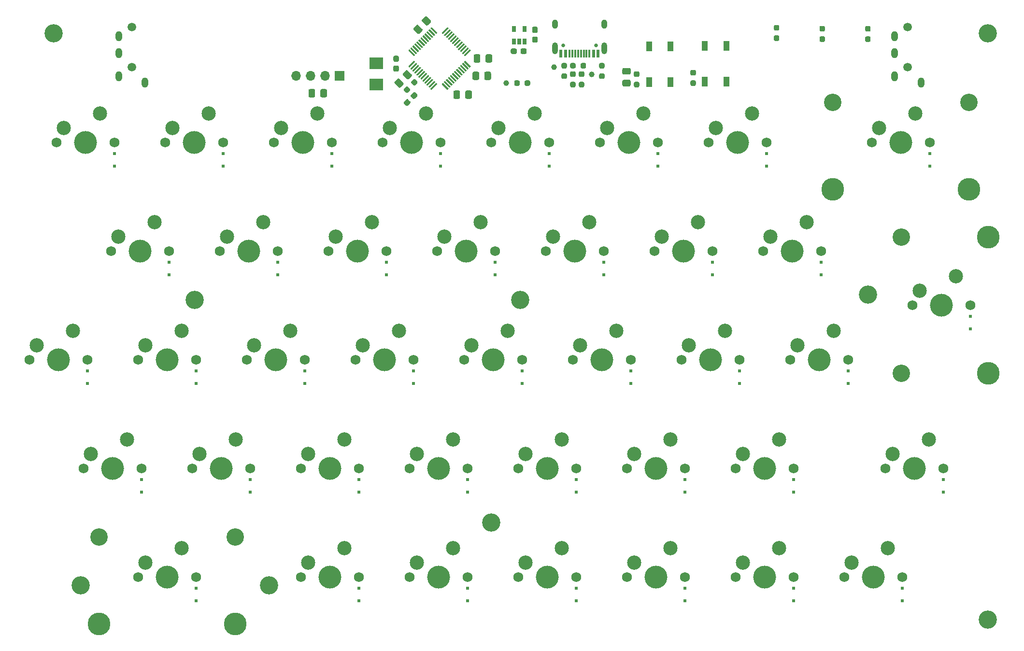
<source format=gbr>
%TF.GenerationSoftware,KiCad,Pcbnew,5.1.10*%
%TF.CreationDate,2021-08-04T22:26:14+02:00*%
%TF.ProjectId,keyboard,6b657962-6f61-4726-942e-6b696361645f,rev?*%
%TF.SameCoordinates,Original*%
%TF.FileFunction,Soldermask,Bot*%
%TF.FilePolarity,Negative*%
%FSLAX46Y46*%
G04 Gerber Fmt 4.6, Leading zero omitted, Abs format (unit mm)*
G04 Created by KiCad (PCBNEW 5.1.10) date 2021-08-04 22:26:14*
%MOMM*%
%LPD*%
G01*
G04 APERTURE LIST*
%ADD10R,2.400000X2.000000*%
%ADD11C,3.200000*%
%ADD12C,1.750000*%
%ADD13C,4.000000*%
%ADD14C,2.500000*%
%ADD15C,3.048000*%
%ADD16C,3.987800*%
%ADD17R,0.500000X0.500000*%
%ADD18O,1.000000X1.600000*%
%ADD19C,0.650000*%
%ADD20O,1.000000X2.100000*%
%ADD21R,0.300000X1.450000*%
%ADD22R,0.600000X1.450000*%
%ADD23R,1.700000X1.700000*%
%ADD24O,1.700000X1.700000*%
%ADD25C,1.000000*%
%ADD26R,0.650000X1.060000*%
%ADD27O,1.200000X1.800000*%
%ADD28C,1.500000*%
%ADD29R,1.000000X1.700000*%
G04 APERTURE END LIST*
D10*
%TO.C,Y1*%
X94050800Y-61586000D03*
X94050800Y-65286000D03*
%TD*%
D11*
%TO.C,REF\u002A\u002A*%
X180250000Y-102068000D03*
%TD*%
%TO.C,REF\u002A\u002A*%
X62250000Y-103068000D03*
%TD*%
%TO.C,REF\u002A\u002A*%
X114250000Y-142068000D03*
%TD*%
%TO.C,REF\u002A\u002A*%
X119250000Y-103068000D03*
%TD*%
%TO.C,REF\u002A\u002A*%
X75250000Y-153068000D03*
%TD*%
%TO.C,REF\u002A\u002A*%
X42250000Y-153068000D03*
%TD*%
%TO.C,REF\u002A\u002A*%
X37490000Y-56324000D03*
%TD*%
%TO.C,REF\u002A\u002A*%
X201232000Y-56324000D03*
%TD*%
%TO.C,REF\u002A\u002A*%
X201232000Y-159068000D03*
%TD*%
D12*
%TO.C,SW9*%
X57702500Y-94469000D03*
X47542500Y-94469000D03*
D13*
X52622500Y-94469000D03*
D14*
X55162500Y-89389000D03*
X48812500Y-91929000D03*
%TD*%
D12*
%TO.C,SW8*%
X191052500Y-75419000D03*
X180892500Y-75419000D03*
D13*
X185972500Y-75419000D03*
D14*
X188512500Y-70339000D03*
X182162500Y-72879000D03*
%TD*%
D12*
%TO.C,SW7*%
X162477500Y-75419000D03*
X152317500Y-75419000D03*
D13*
X157397500Y-75419000D03*
D14*
X159937500Y-70339000D03*
X153587500Y-72879000D03*
%TD*%
D12*
%TO.C,SW6*%
X143427500Y-75419000D03*
X133267500Y-75419000D03*
D13*
X138347500Y-75419000D03*
D14*
X140887500Y-70339000D03*
X134537500Y-72879000D03*
%TD*%
D12*
%TO.C,SW5*%
X124377500Y-75419000D03*
X114217500Y-75419000D03*
D13*
X119297500Y-75419000D03*
D14*
X121837500Y-70339000D03*
X115487500Y-72879000D03*
%TD*%
D12*
%TO.C,SW4*%
X105327500Y-75419000D03*
X95167500Y-75419000D03*
D13*
X100247500Y-75419000D03*
D14*
X102787500Y-70339000D03*
X96437500Y-72879000D03*
%TD*%
D12*
%TO.C,SW39*%
X186290000Y-151619000D03*
X176130000Y-151619000D03*
D13*
X181210000Y-151619000D03*
D14*
X183750000Y-146539000D03*
X177400000Y-149079000D03*
%TD*%
D12*
%TO.C,SW38*%
X167240000Y-151619000D03*
X157080000Y-151619000D03*
D13*
X162160000Y-151619000D03*
D14*
X164700000Y-146539000D03*
X158350000Y-149079000D03*
%TD*%
D12*
%TO.C,SW37*%
X148190000Y-151619000D03*
X138030000Y-151619000D03*
D13*
X143110000Y-151619000D03*
D14*
X145650000Y-146539000D03*
X139300000Y-149079000D03*
%TD*%
D12*
%TO.C,SW36*%
X129140000Y-151619000D03*
X118980000Y-151619000D03*
D13*
X124060000Y-151619000D03*
D14*
X126600000Y-146539000D03*
X120250000Y-149079000D03*
%TD*%
D12*
%TO.C,SW35*%
X110090000Y-151619000D03*
X99930000Y-151619000D03*
D13*
X105010000Y-151619000D03*
D14*
X107550000Y-146539000D03*
X101200000Y-149079000D03*
%TD*%
D12*
%TO.C,SW34*%
X91040000Y-151619000D03*
X80880000Y-151619000D03*
D13*
X85960000Y-151619000D03*
D14*
X88500000Y-146539000D03*
X82150000Y-149079000D03*
%TD*%
D12*
%TO.C,SW33*%
X62465000Y-151619000D03*
X52305000Y-151619000D03*
D13*
X57385000Y-151619000D03*
D14*
X59925000Y-146539000D03*
X53575000Y-149079000D03*
%TD*%
D12*
%TO.C,SW32*%
X193433750Y-132569000D03*
X183273750Y-132569000D03*
D13*
X188353750Y-132569000D03*
D14*
X190893750Y-127489000D03*
X184543750Y-130029000D03*
%TD*%
D12*
%TO.C,SW31*%
X167240000Y-132569000D03*
X157080000Y-132569000D03*
D13*
X162160000Y-132569000D03*
D14*
X164700000Y-127489000D03*
X158350000Y-130029000D03*
%TD*%
D12*
%TO.C,SW30*%
X148190000Y-132569000D03*
X138030000Y-132569000D03*
D13*
X143110000Y-132569000D03*
D14*
X145650000Y-127489000D03*
X139300000Y-130029000D03*
%TD*%
D12*
%TO.C,SW3*%
X86277500Y-75419000D03*
X76117500Y-75419000D03*
D13*
X81197500Y-75419000D03*
D14*
X83737500Y-70339000D03*
X77387500Y-72879000D03*
%TD*%
D12*
%TO.C,SW29*%
X129140000Y-132569000D03*
X118980000Y-132569000D03*
D13*
X124060000Y-132569000D03*
D14*
X126600000Y-127489000D03*
X120250000Y-130029000D03*
%TD*%
D12*
%TO.C,SW28*%
X110090000Y-132569000D03*
X99930000Y-132569000D03*
D13*
X105010000Y-132569000D03*
D14*
X107550000Y-127489000D03*
X101200000Y-130029000D03*
%TD*%
D12*
%TO.C,SW27*%
X91040000Y-132569000D03*
X80880000Y-132569000D03*
D13*
X85960000Y-132569000D03*
D14*
X88500000Y-127489000D03*
X82150000Y-130029000D03*
%TD*%
D12*
%TO.C,SW26*%
X71990000Y-132569000D03*
X61830000Y-132569000D03*
D13*
X66910000Y-132569000D03*
D14*
X69450000Y-127489000D03*
X63100000Y-130029000D03*
%TD*%
D12*
%TO.C,SW25*%
X52940000Y-132569000D03*
X42780000Y-132569000D03*
D13*
X47860000Y-132569000D03*
D14*
X50400000Y-127489000D03*
X44050000Y-130029000D03*
%TD*%
D12*
%TO.C,SW24*%
X176765000Y-113519000D03*
X166605000Y-113519000D03*
D13*
X171685000Y-113519000D03*
D14*
X174225000Y-108439000D03*
X167875000Y-110979000D03*
%TD*%
D12*
%TO.C,SW23*%
X157715000Y-113519000D03*
X147555000Y-113519000D03*
D13*
X152635000Y-113519000D03*
D14*
X155175000Y-108439000D03*
X148825000Y-110979000D03*
%TD*%
D12*
%TO.C,SW22*%
X138665000Y-113519000D03*
X128505000Y-113519000D03*
D13*
X133585000Y-113519000D03*
D14*
X136125000Y-108439000D03*
X129775000Y-110979000D03*
%TD*%
D12*
%TO.C,SW21*%
X119615000Y-113519000D03*
X109455000Y-113519000D03*
D13*
X114535000Y-113519000D03*
D14*
X117075000Y-108439000D03*
X110725000Y-110979000D03*
%TD*%
D12*
%TO.C,SW20*%
X100565000Y-113519000D03*
X90405000Y-113519000D03*
D13*
X95485000Y-113519000D03*
D14*
X98025000Y-108439000D03*
X91675000Y-110979000D03*
%TD*%
D12*
%TO.C,SW2*%
X67227500Y-75419000D03*
X57067500Y-75419000D03*
D13*
X62147500Y-75419000D03*
D14*
X64687500Y-70339000D03*
X58337500Y-72879000D03*
%TD*%
D12*
%TO.C,SW19*%
X81515000Y-113519000D03*
X71355000Y-113519000D03*
D13*
X76435000Y-113519000D03*
D14*
X78975000Y-108439000D03*
X72625000Y-110979000D03*
%TD*%
D12*
%TO.C,SW18*%
X62465000Y-113519000D03*
X52305000Y-113519000D03*
D13*
X57385000Y-113519000D03*
D14*
X59925000Y-108439000D03*
X53575000Y-110979000D03*
%TD*%
D12*
%TO.C,SW17*%
X43415000Y-113519000D03*
X33255000Y-113519000D03*
D13*
X38335000Y-113519000D03*
D14*
X40875000Y-108439000D03*
X34525000Y-110979000D03*
%TD*%
D12*
%TO.C,SW16*%
X198196250Y-103994000D03*
X188036250Y-103994000D03*
D13*
X193116250Y-103994000D03*
D14*
X195656250Y-98914000D03*
X189306250Y-101454000D03*
%TD*%
D12*
%TO.C,SW15*%
X172002500Y-94469000D03*
X161842500Y-94469000D03*
D13*
X166922500Y-94469000D03*
D14*
X169462500Y-89389000D03*
X163112500Y-91929000D03*
%TD*%
D12*
%TO.C,SW14*%
X152952500Y-94469000D03*
X142792500Y-94469000D03*
D13*
X147872500Y-94469000D03*
D14*
X150412500Y-89389000D03*
X144062500Y-91929000D03*
%TD*%
D12*
%TO.C,SW13*%
X133902500Y-94469000D03*
X123742500Y-94469000D03*
D13*
X128822500Y-94469000D03*
D14*
X131362500Y-89389000D03*
X125012500Y-91929000D03*
%TD*%
D12*
%TO.C,SW12*%
X114852500Y-94469000D03*
X104692500Y-94469000D03*
D13*
X109772500Y-94469000D03*
D14*
X112312500Y-89389000D03*
X105962500Y-91929000D03*
%TD*%
D12*
%TO.C,SW11*%
X95802500Y-94469000D03*
X85642500Y-94469000D03*
D13*
X90722500Y-94469000D03*
D14*
X93262500Y-89389000D03*
X86912500Y-91929000D03*
%TD*%
D12*
%TO.C,SW10*%
X76752500Y-94469000D03*
X66592500Y-94469000D03*
D13*
X71672500Y-94469000D03*
D14*
X74212500Y-89389000D03*
X67862500Y-91929000D03*
%TD*%
D12*
%TO.C,SW1*%
X48177500Y-75419000D03*
X38017500Y-75419000D03*
D13*
X43097500Y-75419000D03*
D14*
X45637500Y-70339000D03*
X39287500Y-72879000D03*
%TD*%
D15*
%TO.C,ST8*%
X197910500Y-68434000D03*
X174034500Y-68434000D03*
D16*
X197910500Y-83674000D03*
X174034500Y-83674000D03*
%TD*%
D15*
%TO.C,ST33*%
X69323000Y-144634000D03*
X45447000Y-144634000D03*
D16*
X69323000Y-159874000D03*
X45447000Y-159874000D03*
%TD*%
D15*
%TO.C,ST16*%
X186131250Y-92056000D03*
X186131250Y-115932000D03*
D16*
X201371250Y-92056000D03*
X201371250Y-115932000D03*
%TD*%
D17*
%TO.C,D9*%
X57702500Y-96399000D03*
X57702500Y-98599000D03*
%TD*%
%TO.C,D8*%
X191052500Y-77349000D03*
X191052500Y-79549000D03*
%TD*%
%TO.C,D7*%
X162477500Y-77349000D03*
X162477500Y-79549000D03*
%TD*%
%TO.C,D6*%
X143427500Y-77349000D03*
X143427500Y-79549000D03*
%TD*%
%TO.C,D5*%
X124377500Y-77349000D03*
X124377500Y-79549000D03*
%TD*%
%TO.C,D4*%
X105327500Y-77349000D03*
X105327500Y-79549000D03*
%TD*%
%TO.C,D39*%
X186290000Y-153549000D03*
X186290000Y-155749000D03*
%TD*%
%TO.C,D38*%
X167240000Y-153549000D03*
X167240000Y-155749000D03*
%TD*%
%TO.C,D37*%
X148190000Y-153549000D03*
X148190000Y-155749000D03*
%TD*%
%TO.C,D36*%
X129140000Y-153549000D03*
X129140000Y-155749000D03*
%TD*%
%TO.C,D35*%
X110090000Y-153549000D03*
X110090000Y-155749000D03*
%TD*%
%TO.C,D34*%
X91040000Y-153549000D03*
X91040000Y-155749000D03*
%TD*%
%TO.C,D33*%
X62465000Y-153549000D03*
X62465000Y-155749000D03*
%TD*%
%TO.C,D32*%
X193433750Y-134499000D03*
X193433750Y-136699000D03*
%TD*%
%TO.C,D31*%
X167240000Y-134499000D03*
X167240000Y-136699000D03*
%TD*%
%TO.C,D30*%
X148190000Y-134499000D03*
X148190000Y-136699000D03*
%TD*%
%TO.C,D3*%
X86277500Y-77349000D03*
X86277500Y-79549000D03*
%TD*%
%TO.C,D29*%
X129140000Y-134499000D03*
X129140000Y-136699000D03*
%TD*%
%TO.C,D28*%
X110090000Y-134499000D03*
X110090000Y-136699000D03*
%TD*%
%TO.C,D27*%
X91040000Y-134499000D03*
X91040000Y-136699000D03*
%TD*%
%TO.C,D26*%
X71990000Y-134499000D03*
X71990000Y-136699000D03*
%TD*%
%TO.C,D25*%
X52940000Y-134499000D03*
X52940000Y-136699000D03*
%TD*%
%TO.C,D24*%
X176765000Y-115449000D03*
X176765000Y-117649000D03*
%TD*%
%TO.C,D23*%
X157715000Y-115449000D03*
X157715000Y-117649000D03*
%TD*%
%TO.C,D22*%
X138665000Y-115449000D03*
X138665000Y-117649000D03*
%TD*%
%TO.C,D21*%
X119615000Y-115449000D03*
X119615000Y-117649000D03*
%TD*%
%TO.C,D20*%
X100565000Y-115449000D03*
X100565000Y-117649000D03*
%TD*%
%TO.C,D2*%
X67227500Y-77349000D03*
X67227500Y-79549000D03*
%TD*%
%TO.C,D19*%
X81515000Y-115449000D03*
X81515000Y-117649000D03*
%TD*%
%TO.C,D18*%
X62465000Y-115449000D03*
X62465000Y-117649000D03*
%TD*%
%TO.C,D17*%
X43415000Y-115449000D03*
X43415000Y-117649000D03*
%TD*%
%TO.C,D16*%
X198196250Y-105924000D03*
X198196250Y-108124000D03*
%TD*%
%TO.C,D15*%
X172002500Y-96399000D03*
X172002500Y-98599000D03*
%TD*%
%TO.C,D14*%
X152952500Y-96399000D03*
X152952500Y-98599000D03*
%TD*%
%TO.C,D13*%
X133902500Y-96399000D03*
X133902500Y-98599000D03*
%TD*%
%TO.C,D12*%
X114852500Y-96399000D03*
X114852500Y-98599000D03*
%TD*%
%TO.C,D11*%
X95802500Y-96399000D03*
X95802500Y-98599000D03*
%TD*%
%TO.C,D10*%
X76752500Y-96399000D03*
X76752500Y-98599000D03*
%TD*%
%TO.C,D1*%
X48177500Y-77349000D03*
X48177500Y-79549000D03*
%TD*%
%TO.C,C1*%
G36*
G01*
X99590796Y-62805453D02*
X100262547Y-63477204D01*
G75*
G02*
X100262547Y-63830758I-176777J-176777D01*
G01*
X99785250Y-64308055D01*
G75*
G02*
X99431696Y-64308055I-176777J176777D01*
G01*
X98759945Y-63636304D01*
G75*
G02*
X98759945Y-63282750I176777J176777D01*
G01*
X99237242Y-62805453D01*
G75*
G02*
X99590796Y-62805453I176777J-176777D01*
G01*
G37*
G36*
G01*
X98123550Y-64272699D02*
X98795301Y-64944450D01*
G75*
G02*
X98795301Y-65298004I-176777J-176777D01*
G01*
X98318004Y-65775301D01*
G75*
G02*
X97964450Y-65775301I-176777J176777D01*
G01*
X97292699Y-65103550D01*
G75*
G02*
X97292699Y-64749996I176777J176777D01*
G01*
X97769996Y-64272699D01*
G75*
G02*
X98123550Y-64272699I176777J-176777D01*
G01*
G37*
%TD*%
%TO.C,C2*%
G36*
G01*
X102921173Y-53379076D02*
X103592924Y-54050827D01*
G75*
G02*
X103592924Y-54404381I-176777J-176777D01*
G01*
X103115627Y-54881678D01*
G75*
G02*
X102762073Y-54881678I-176777J176777D01*
G01*
X102090322Y-54209927D01*
G75*
G02*
X102090322Y-53856373I176777J176777D01*
G01*
X102567619Y-53379076D01*
G75*
G02*
X102921173Y-53379076I176777J-176777D01*
G01*
G37*
G36*
G01*
X101453927Y-54846322D02*
X102125678Y-55518073D01*
G75*
G02*
X102125678Y-55871627I-176777J-176777D01*
G01*
X101648381Y-56348924D01*
G75*
G02*
X101294827Y-56348924I-176777J176777D01*
G01*
X100623076Y-55677173D01*
G75*
G02*
X100623076Y-55323619I176777J176777D01*
G01*
X101100373Y-54846322D01*
G75*
G02*
X101453927Y-54846322I176777J-176777D01*
G01*
G37*
%TD*%
%TO.C,C3*%
G36*
G01*
X112304500Y-60231000D02*
X112304500Y-61181000D01*
G75*
G02*
X112054500Y-61431000I-250000J0D01*
G01*
X111379500Y-61431000D01*
G75*
G02*
X111129500Y-61181000I0J250000D01*
G01*
X111129500Y-60231000D01*
G75*
G02*
X111379500Y-59981000I250000J0D01*
G01*
X112054500Y-59981000D01*
G75*
G02*
X112304500Y-60231000I0J-250000D01*
G01*
G37*
G36*
G01*
X114379500Y-60231000D02*
X114379500Y-61181000D01*
G75*
G02*
X114129500Y-61431000I-250000J0D01*
G01*
X113454500Y-61431000D01*
G75*
G02*
X113204500Y-61181000I0J250000D01*
G01*
X113204500Y-60231000D01*
G75*
G02*
X113454500Y-59981000I250000J0D01*
G01*
X114129500Y-59981000D01*
G75*
G02*
X114379500Y-60231000I0J-250000D01*
G01*
G37*
%TD*%
%TO.C,C4*%
G36*
G01*
X107573500Y-67531000D02*
X107573500Y-66581000D01*
G75*
G02*
X107823500Y-66331000I250000J0D01*
G01*
X108498500Y-66331000D01*
G75*
G02*
X108748500Y-66581000I0J-250000D01*
G01*
X108748500Y-67531000D01*
G75*
G02*
X108498500Y-67781000I-250000J0D01*
G01*
X107823500Y-67781000D01*
G75*
G02*
X107573500Y-67531000I0J250000D01*
G01*
G37*
G36*
G01*
X109648500Y-67531000D02*
X109648500Y-66581000D01*
G75*
G02*
X109898500Y-66331000I250000J0D01*
G01*
X110573500Y-66331000D01*
G75*
G02*
X110823500Y-66581000I0J-250000D01*
G01*
X110823500Y-67531000D01*
G75*
G02*
X110573500Y-67781000I-250000J0D01*
G01*
X109898500Y-67781000D01*
G75*
G02*
X109648500Y-67531000I0J250000D01*
G01*
G37*
%TD*%
%TO.C,C5*%
G36*
G01*
X112993500Y-64229000D02*
X112993500Y-63279000D01*
G75*
G02*
X113243500Y-63029000I250000J0D01*
G01*
X113918500Y-63029000D01*
G75*
G02*
X114168500Y-63279000I0J-250000D01*
G01*
X114168500Y-64229000D01*
G75*
G02*
X113918500Y-64479000I-250000J0D01*
G01*
X113243500Y-64479000D01*
G75*
G02*
X112993500Y-64229000I0J250000D01*
G01*
G37*
G36*
G01*
X110918500Y-64229000D02*
X110918500Y-63279000D01*
G75*
G02*
X111168500Y-63029000I250000J0D01*
G01*
X111843500Y-63029000D01*
G75*
G02*
X112093500Y-63279000I0J-250000D01*
G01*
X112093500Y-64229000D01*
G75*
G02*
X111843500Y-64479000I-250000J0D01*
G01*
X111168500Y-64479000D01*
G75*
G02*
X110918500Y-64229000I0J250000D01*
G01*
G37*
%TD*%
%TO.C,C6*%
G36*
G01*
X121629500Y-56866500D02*
X122104500Y-56866500D01*
G75*
G02*
X122342000Y-57104000I0J-237500D01*
G01*
X122342000Y-57704000D01*
G75*
G02*
X122104500Y-57941500I-237500J0D01*
G01*
X121629500Y-57941500D01*
G75*
G02*
X121392000Y-57704000I0J237500D01*
G01*
X121392000Y-57104000D01*
G75*
G02*
X121629500Y-56866500I237500J0D01*
G01*
G37*
G36*
G01*
X121629500Y-55141500D02*
X122104500Y-55141500D01*
G75*
G02*
X122342000Y-55379000I0J-237500D01*
G01*
X122342000Y-55979000D01*
G75*
G02*
X122104500Y-56216500I-237500J0D01*
G01*
X121629500Y-56216500D01*
G75*
G02*
X121392000Y-55979000I0J237500D01*
G01*
X121392000Y-55379000D01*
G75*
G02*
X121629500Y-55141500I237500J0D01*
G01*
G37*
%TD*%
%TO.C,C7*%
G36*
G01*
X138397000Y-65611500D02*
X137447000Y-65611500D01*
G75*
G02*
X137197000Y-65361500I0J250000D01*
G01*
X137197000Y-64686500D01*
G75*
G02*
X137447000Y-64436500I250000J0D01*
G01*
X138397000Y-64436500D01*
G75*
G02*
X138647000Y-64686500I0J-250000D01*
G01*
X138647000Y-65361500D01*
G75*
G02*
X138397000Y-65611500I-250000J0D01*
G01*
G37*
G36*
G01*
X138397000Y-63536500D02*
X137447000Y-63536500D01*
G75*
G02*
X137197000Y-63286500I0J250000D01*
G01*
X137197000Y-62611500D01*
G75*
G02*
X137447000Y-62361500I250000J0D01*
G01*
X138397000Y-62361500D01*
G75*
G02*
X138647000Y-62611500I0J-250000D01*
G01*
X138647000Y-63286500D01*
G75*
G02*
X138397000Y-63536500I-250000J0D01*
G01*
G37*
%TD*%
%TO.C,C8*%
G36*
G01*
X120425500Y-59198500D02*
X120425500Y-59673500D01*
G75*
G02*
X120188000Y-59911000I-237500J0D01*
G01*
X119588000Y-59911000D01*
G75*
G02*
X119350500Y-59673500I0J237500D01*
G01*
X119350500Y-59198500D01*
G75*
G02*
X119588000Y-58961000I237500J0D01*
G01*
X120188000Y-58961000D01*
G75*
G02*
X120425500Y-59198500I0J-237500D01*
G01*
G37*
G36*
G01*
X118700500Y-59198500D02*
X118700500Y-59673500D01*
G75*
G02*
X118463000Y-59911000I-237500J0D01*
G01*
X117863000Y-59911000D01*
G75*
G02*
X117625500Y-59673500I0J237500D01*
G01*
X117625500Y-59198500D01*
G75*
G02*
X117863000Y-58961000I237500J0D01*
G01*
X118463000Y-58961000D01*
G75*
G02*
X118700500Y-59198500I0J-237500D01*
G01*
G37*
%TD*%
%TO.C,C9*%
G36*
G01*
X83348500Y-66327000D02*
X83348500Y-67277000D01*
G75*
G02*
X83098500Y-67527000I-250000J0D01*
G01*
X82423500Y-67527000D01*
G75*
G02*
X82173500Y-67277000I0J250000D01*
G01*
X82173500Y-66327000D01*
G75*
G02*
X82423500Y-66077000I250000J0D01*
G01*
X83098500Y-66077000D01*
G75*
G02*
X83348500Y-66327000I0J-250000D01*
G01*
G37*
G36*
G01*
X85423500Y-66327000D02*
X85423500Y-67277000D01*
G75*
G02*
X85173500Y-67527000I-250000J0D01*
G01*
X84498500Y-67527000D01*
G75*
G02*
X84248500Y-67277000I0J250000D01*
G01*
X84248500Y-66327000D01*
G75*
G02*
X84498500Y-66077000I250000J0D01*
G01*
X85173500Y-66077000D01*
G75*
G02*
X85423500Y-66327000I0J-250000D01*
G01*
G37*
%TD*%
%TO.C,C10*%
G36*
G01*
X100898012Y-66660112D02*
X101233888Y-66995988D01*
G75*
G02*
X101233888Y-67331864I-167938J-167938D01*
G01*
X100809624Y-67756128D01*
G75*
G02*
X100473748Y-67756128I-167938J167938D01*
G01*
X100137872Y-67420252D01*
G75*
G02*
X100137872Y-67084376I167938J167938D01*
G01*
X100562136Y-66660112D01*
G75*
G02*
X100898012Y-66660112I167938J-167938D01*
G01*
G37*
G36*
G01*
X99678252Y-67879872D02*
X100014128Y-68215748D01*
G75*
G02*
X100014128Y-68551624I-167938J-167938D01*
G01*
X99589864Y-68975888D01*
G75*
G02*
X99253988Y-68975888I-167938J167938D01*
G01*
X98918112Y-68640012D01*
G75*
G02*
X98918112Y-68304136I167938J167938D01*
G01*
X99342376Y-67879872D01*
G75*
G02*
X99678252Y-67879872I167938J-167938D01*
G01*
G37*
%TD*%
%TO.C,C11*%
G36*
G01*
X97298500Y-61946500D02*
X97773500Y-61946500D01*
G75*
G02*
X98011000Y-62184000I0J-237500D01*
G01*
X98011000Y-62784000D01*
G75*
G02*
X97773500Y-63021500I-237500J0D01*
G01*
X97298500Y-63021500D01*
G75*
G02*
X97061000Y-62784000I0J237500D01*
G01*
X97061000Y-62184000D01*
G75*
G02*
X97298500Y-61946500I237500J0D01*
G01*
G37*
G36*
G01*
X97298500Y-60221500D02*
X97773500Y-60221500D01*
G75*
G02*
X98011000Y-60459000I0J-237500D01*
G01*
X98011000Y-61059000D01*
G75*
G02*
X97773500Y-61296500I-237500J0D01*
G01*
X97298500Y-61296500D01*
G75*
G02*
X97061000Y-61059000I0J237500D01*
G01*
X97061000Y-60459000D01*
G75*
G02*
X97298500Y-60221500I237500J0D01*
G01*
G37*
%TD*%
D18*
%TO.C,J1*%
X134001001Y-54730999D03*
D19*
X132571001Y-58380999D03*
D18*
X125361001Y-54730999D03*
D19*
X126791001Y-58380999D03*
D20*
X125361001Y-58910999D03*
X134001001Y-58910999D03*
D21*
X129431001Y-59825999D03*
X131431001Y-59825999D03*
X130931001Y-59825999D03*
X130431001Y-59825999D03*
X129931001Y-59825999D03*
X128931001Y-59825999D03*
X128431001Y-59825999D03*
X127931001Y-59825999D03*
D22*
X132931001Y-59825999D03*
X132131001Y-59825999D03*
X127231001Y-59825999D03*
X126431001Y-59825999D03*
X126431001Y-59825999D03*
X127231001Y-59825999D03*
X132131001Y-59825999D03*
X132931001Y-59825999D03*
%TD*%
D23*
%TO.C,J2*%
X87630000Y-63754000D03*
D24*
X85090000Y-63754000D03*
X82550000Y-63754000D03*
X80010000Y-63754000D03*
%TD*%
%TO.C,R1*%
G36*
G01*
X120059000Y-65261500D02*
X120059000Y-64786500D01*
G75*
G02*
X120296500Y-64549000I237500J0D01*
G01*
X120796500Y-64549000D01*
G75*
G02*
X121034000Y-64786500I0J-237500D01*
G01*
X121034000Y-65261500D01*
G75*
G02*
X120796500Y-65499000I-237500J0D01*
G01*
X120296500Y-65499000D01*
G75*
G02*
X120059000Y-65261500I0J237500D01*
G01*
G37*
G36*
G01*
X118234000Y-65261500D02*
X118234000Y-64786500D01*
G75*
G02*
X118471500Y-64549000I237500J0D01*
G01*
X118971500Y-64549000D01*
G75*
G02*
X119209000Y-64786500I0J-237500D01*
G01*
X119209000Y-65261500D01*
G75*
G02*
X118971500Y-65499000I-237500J0D01*
G01*
X118471500Y-65499000D01*
G75*
G02*
X118234000Y-65261500I0J237500D01*
G01*
G37*
%TD*%
%TO.C,R2*%
G36*
G01*
X149843500Y-65511500D02*
X149368500Y-65511500D01*
G75*
G02*
X149131000Y-65274000I0J237500D01*
G01*
X149131000Y-64774000D01*
G75*
G02*
X149368500Y-64536500I237500J0D01*
G01*
X149843500Y-64536500D01*
G75*
G02*
X150081000Y-64774000I0J-237500D01*
G01*
X150081000Y-65274000D01*
G75*
G02*
X149843500Y-65511500I-237500J0D01*
G01*
G37*
G36*
G01*
X149843500Y-63686500D02*
X149368500Y-63686500D01*
G75*
G02*
X149131000Y-63449000I0J237500D01*
G01*
X149131000Y-62949000D01*
G75*
G02*
X149368500Y-62711500I237500J0D01*
G01*
X149843500Y-62711500D01*
G75*
G02*
X150081000Y-62949000I0J-237500D01*
G01*
X150081000Y-63449000D01*
G75*
G02*
X149843500Y-63686500I-237500J0D01*
G01*
G37*
%TD*%
%TO.C,R3*%
G36*
G01*
X139462500Y-64790500D02*
X139937500Y-64790500D01*
G75*
G02*
X140175000Y-65028000I0J-237500D01*
G01*
X140175000Y-65528000D01*
G75*
G02*
X139937500Y-65765500I-237500J0D01*
G01*
X139462500Y-65765500D01*
G75*
G02*
X139225000Y-65528000I0J237500D01*
G01*
X139225000Y-65028000D01*
G75*
G02*
X139462500Y-64790500I237500J0D01*
G01*
G37*
G36*
G01*
X139462500Y-62965500D02*
X139937500Y-62965500D01*
G75*
G02*
X140175000Y-63203000I0J-237500D01*
G01*
X140175000Y-63703000D01*
G75*
G02*
X139937500Y-63940500I-237500J0D01*
G01*
X139462500Y-63940500D01*
G75*
G02*
X139225000Y-63703000I0J237500D01*
G01*
X139225000Y-63203000D01*
G75*
G02*
X139462500Y-62965500I237500J0D01*
G01*
G37*
%TD*%
%TO.C,R4*%
G36*
G01*
X127237500Y-62463500D02*
X126762500Y-62463500D01*
G75*
G02*
X126525000Y-62226000I0J237500D01*
G01*
X126525000Y-61726000D01*
G75*
G02*
X126762500Y-61488500I237500J0D01*
G01*
X127237500Y-61488500D01*
G75*
G02*
X127475000Y-61726000I0J-237500D01*
G01*
X127475000Y-62226000D01*
G75*
G02*
X127237500Y-62463500I-237500J0D01*
G01*
G37*
G36*
G01*
X127237500Y-64288500D02*
X126762500Y-64288500D01*
G75*
G02*
X126525000Y-64051000I0J237500D01*
G01*
X126525000Y-63551000D01*
G75*
G02*
X126762500Y-63313500I237500J0D01*
G01*
X127237500Y-63313500D01*
G75*
G02*
X127475000Y-63551000I0J-237500D01*
G01*
X127475000Y-64051000D01*
G75*
G02*
X127237500Y-64288500I-237500J0D01*
G01*
G37*
%TD*%
%TO.C,R5*%
G36*
G01*
X133841500Y-64288500D02*
X133366500Y-64288500D01*
G75*
G02*
X133129000Y-64051000I0J237500D01*
G01*
X133129000Y-63551000D01*
G75*
G02*
X133366500Y-63313500I237500J0D01*
G01*
X133841500Y-63313500D01*
G75*
G02*
X134079000Y-63551000I0J-237500D01*
G01*
X134079000Y-64051000D01*
G75*
G02*
X133841500Y-64288500I-237500J0D01*
G01*
G37*
G36*
G01*
X133841500Y-62463500D02*
X133366500Y-62463500D01*
G75*
G02*
X133129000Y-62226000I0J237500D01*
G01*
X133129000Y-61726000D01*
G75*
G02*
X133366500Y-61488500I237500J0D01*
G01*
X133841500Y-61488500D01*
G75*
G02*
X134079000Y-61726000I0J-237500D01*
G01*
X134079000Y-62226000D01*
G75*
G02*
X133841500Y-62463500I-237500J0D01*
G01*
G37*
%TD*%
%TO.C,R6*%
G36*
G01*
X130285500Y-63940500D02*
X129810500Y-63940500D01*
G75*
G02*
X129573000Y-63703000I0J237500D01*
G01*
X129573000Y-63203000D01*
G75*
G02*
X129810500Y-62965500I237500J0D01*
G01*
X130285500Y-62965500D01*
G75*
G02*
X130523000Y-63203000I0J-237500D01*
G01*
X130523000Y-63703000D01*
G75*
G02*
X130285500Y-63940500I-237500J0D01*
G01*
G37*
G36*
G01*
X130285500Y-65765500D02*
X129810500Y-65765500D01*
G75*
G02*
X129573000Y-65528000I0J237500D01*
G01*
X129573000Y-65028000D01*
G75*
G02*
X129810500Y-64790500I237500J0D01*
G01*
X130285500Y-64790500D01*
G75*
G02*
X130523000Y-65028000I0J-237500D01*
G01*
X130523000Y-65528000D01*
G75*
G02*
X130285500Y-65765500I-237500J0D01*
G01*
G37*
%TD*%
%TO.C,R7*%
G36*
G01*
X128761500Y-65765500D02*
X128286500Y-65765500D01*
G75*
G02*
X128049000Y-65528000I0J237500D01*
G01*
X128049000Y-65028000D01*
G75*
G02*
X128286500Y-64790500I237500J0D01*
G01*
X128761500Y-64790500D01*
G75*
G02*
X128999000Y-65028000I0J-237500D01*
G01*
X128999000Y-65528000D01*
G75*
G02*
X128761500Y-65765500I-237500J0D01*
G01*
G37*
G36*
G01*
X128761500Y-63940500D02*
X128286500Y-63940500D01*
G75*
G02*
X128049000Y-63703000I0J237500D01*
G01*
X128049000Y-63203000D01*
G75*
G02*
X128286500Y-62965500I237500J0D01*
G01*
X128761500Y-62965500D01*
G75*
G02*
X128999000Y-63203000I0J-237500D01*
G01*
X128999000Y-63703000D01*
G75*
G02*
X128761500Y-63940500I-237500J0D01*
G01*
G37*
%TD*%
%TO.C,R8*%
G36*
G01*
X130836500Y-61738500D02*
X130836500Y-62213500D01*
G75*
G02*
X130599000Y-62451000I-237500J0D01*
G01*
X130099000Y-62451000D01*
G75*
G02*
X129861500Y-62213500I0J237500D01*
G01*
X129861500Y-61738500D01*
G75*
G02*
X130099000Y-61501000I237500J0D01*
G01*
X130599000Y-61501000D01*
G75*
G02*
X130836500Y-61738500I0J-237500D01*
G01*
G37*
G36*
G01*
X129011500Y-61738500D02*
X129011500Y-62213500D01*
G75*
G02*
X128774000Y-62451000I-237500J0D01*
G01*
X128274000Y-62451000D01*
G75*
G02*
X128036500Y-62213500I0J237500D01*
G01*
X128036500Y-61738500D01*
G75*
G02*
X128274000Y-61501000I237500J0D01*
G01*
X128774000Y-61501000D01*
G75*
G02*
X129011500Y-61738500I0J-237500D01*
G01*
G37*
%TD*%
%TO.C,R9*%
G36*
G01*
X180469500Y-55986500D02*
X179994500Y-55986500D01*
G75*
G02*
X179757000Y-55749000I0J237500D01*
G01*
X179757000Y-55249000D01*
G75*
G02*
X179994500Y-55011500I237500J0D01*
G01*
X180469500Y-55011500D01*
G75*
G02*
X180707000Y-55249000I0J-237500D01*
G01*
X180707000Y-55749000D01*
G75*
G02*
X180469500Y-55986500I-237500J0D01*
G01*
G37*
G36*
G01*
X180469500Y-57811500D02*
X179994500Y-57811500D01*
G75*
G02*
X179757000Y-57574000I0J237500D01*
G01*
X179757000Y-57074000D01*
G75*
G02*
X179994500Y-56836500I237500J0D01*
G01*
X180469500Y-56836500D01*
G75*
G02*
X180707000Y-57074000I0J-237500D01*
G01*
X180707000Y-57574000D01*
G75*
G02*
X180469500Y-57811500I-237500J0D01*
G01*
G37*
%TD*%
%TO.C,R10*%
G36*
G01*
X172469500Y-57800000D02*
X171994500Y-57800000D01*
G75*
G02*
X171757000Y-57562500I0J237500D01*
G01*
X171757000Y-57062500D01*
G75*
G02*
X171994500Y-56825000I237500J0D01*
G01*
X172469500Y-56825000D01*
G75*
G02*
X172707000Y-57062500I0J-237500D01*
G01*
X172707000Y-57562500D01*
G75*
G02*
X172469500Y-57800000I-237500J0D01*
G01*
G37*
G36*
G01*
X172469500Y-55975000D02*
X171994500Y-55975000D01*
G75*
G02*
X171757000Y-55737500I0J237500D01*
G01*
X171757000Y-55237500D01*
G75*
G02*
X171994500Y-55000000I237500J0D01*
G01*
X172469500Y-55000000D01*
G75*
G02*
X172707000Y-55237500I0J-237500D01*
G01*
X172707000Y-55737500D01*
G75*
G02*
X172469500Y-55975000I-237500J0D01*
G01*
G37*
%TD*%
%TO.C,R11*%
G36*
G01*
X164469500Y-55811500D02*
X163994500Y-55811500D01*
G75*
G02*
X163757000Y-55574000I0J237500D01*
G01*
X163757000Y-55074000D01*
G75*
G02*
X163994500Y-54836500I237500J0D01*
G01*
X164469500Y-54836500D01*
G75*
G02*
X164707000Y-55074000I0J-237500D01*
G01*
X164707000Y-55574000D01*
G75*
G02*
X164469500Y-55811500I-237500J0D01*
G01*
G37*
G36*
G01*
X164469500Y-57636500D02*
X163994500Y-57636500D01*
G75*
G02*
X163757000Y-57399000I0J237500D01*
G01*
X163757000Y-56899000D01*
G75*
G02*
X163994500Y-56661500I237500J0D01*
G01*
X164469500Y-56661500D01*
G75*
G02*
X164707000Y-56899000I0J-237500D01*
G01*
X164707000Y-57399000D01*
G75*
G02*
X164469500Y-57636500I-237500J0D01*
G01*
G37*
%TD*%
%TO.C,R12*%
G36*
G01*
X100898012Y-64374112D02*
X101233888Y-64709988D01*
G75*
G02*
X101233888Y-65045864I-167938J-167938D01*
G01*
X100880334Y-65399418D01*
G75*
G02*
X100544458Y-65399418I-167938J167938D01*
G01*
X100208582Y-65063542D01*
G75*
G02*
X100208582Y-64727666I167938J167938D01*
G01*
X100562136Y-64374112D01*
G75*
G02*
X100898012Y-64374112I167938J-167938D01*
G01*
G37*
G36*
G01*
X99607542Y-65664582D02*
X99943418Y-66000458D01*
G75*
G02*
X99943418Y-66336334I-167938J-167938D01*
G01*
X99589864Y-66689888D01*
G75*
G02*
X99253988Y-66689888I-167938J167938D01*
G01*
X98918112Y-66354012D01*
G75*
G02*
X98918112Y-66018136I167938J167938D01*
G01*
X99271666Y-65664582D01*
G75*
G02*
X99607542Y-65664582I167938J-167938D01*
G01*
G37*
%TD*%
D25*
%TO.C,TP1*%
X116840000Y-65024000D03*
%TD*%
%TO.C,TP2*%
X131826000Y-63500000D03*
%TD*%
%TO.C,TP3*%
X125222000Y-62230000D03*
%TD*%
D26*
%TO.C,U1*%
X120076000Y-57742000D03*
X119126000Y-57742000D03*
X118176000Y-57742000D03*
X118176000Y-55542000D03*
X120076000Y-55542000D03*
%TD*%
%TO.C,U2*%
G36*
G01*
X103688754Y-66168400D02*
X103582688Y-66062334D01*
G75*
G02*
X103582688Y-65956268I53033J53033D01*
G01*
X104519604Y-65019352D01*
G75*
G02*
X104625670Y-65019352I53033J-53033D01*
G01*
X104731736Y-65125418D01*
G75*
G02*
X104731736Y-65231484I-53033J-53033D01*
G01*
X103794820Y-66168400D01*
G75*
G02*
X103688754Y-66168400I-53033J53033D01*
G01*
G37*
G36*
G01*
X103335200Y-65814846D02*
X103229134Y-65708780D01*
G75*
G02*
X103229134Y-65602714I53033J53033D01*
G01*
X104166050Y-64665798D01*
G75*
G02*
X104272116Y-64665798I53033J-53033D01*
G01*
X104378182Y-64771864D01*
G75*
G02*
X104378182Y-64877930I-53033J-53033D01*
G01*
X103441266Y-65814846D01*
G75*
G02*
X103335200Y-65814846I-53033J53033D01*
G01*
G37*
G36*
G01*
X102981647Y-65461293D02*
X102875581Y-65355227D01*
G75*
G02*
X102875581Y-65249161I53033J53033D01*
G01*
X103812497Y-64312245D01*
G75*
G02*
X103918563Y-64312245I53033J-53033D01*
G01*
X104024629Y-64418311D01*
G75*
G02*
X104024629Y-64524377I-53033J-53033D01*
G01*
X103087713Y-65461293D01*
G75*
G02*
X102981647Y-65461293I-53033J53033D01*
G01*
G37*
G36*
G01*
X102628093Y-65107739D02*
X102522027Y-65001673D01*
G75*
G02*
X102522027Y-64895607I53033J53033D01*
G01*
X103458943Y-63958691D01*
G75*
G02*
X103565009Y-63958691I53033J-53033D01*
G01*
X103671075Y-64064757D01*
G75*
G02*
X103671075Y-64170823I-53033J-53033D01*
G01*
X102734159Y-65107739D01*
G75*
G02*
X102628093Y-65107739I-53033J53033D01*
G01*
G37*
G36*
G01*
X102274540Y-64754186D02*
X102168474Y-64648120D01*
G75*
G02*
X102168474Y-64542054I53033J53033D01*
G01*
X103105390Y-63605138D01*
G75*
G02*
X103211456Y-63605138I53033J-53033D01*
G01*
X103317522Y-63711204D01*
G75*
G02*
X103317522Y-63817270I-53033J-53033D01*
G01*
X102380606Y-64754186D01*
G75*
G02*
X102274540Y-64754186I-53033J53033D01*
G01*
G37*
G36*
G01*
X101920987Y-64400633D02*
X101814921Y-64294567D01*
G75*
G02*
X101814921Y-64188501I53033J53033D01*
G01*
X102751837Y-63251585D01*
G75*
G02*
X102857903Y-63251585I53033J-53033D01*
G01*
X102963969Y-63357651D01*
G75*
G02*
X102963969Y-63463717I-53033J-53033D01*
G01*
X102027053Y-64400633D01*
G75*
G02*
X101920987Y-64400633I-53033J53033D01*
G01*
G37*
G36*
G01*
X101567433Y-64047079D02*
X101461367Y-63941013D01*
G75*
G02*
X101461367Y-63834947I53033J53033D01*
G01*
X102398283Y-62898031D01*
G75*
G02*
X102504349Y-62898031I53033J-53033D01*
G01*
X102610415Y-63004097D01*
G75*
G02*
X102610415Y-63110163I-53033J-53033D01*
G01*
X101673499Y-64047079D01*
G75*
G02*
X101567433Y-64047079I-53033J53033D01*
G01*
G37*
G36*
G01*
X101213880Y-63693526D02*
X101107814Y-63587460D01*
G75*
G02*
X101107814Y-63481394I53033J53033D01*
G01*
X102044730Y-62544478D01*
G75*
G02*
X102150796Y-62544478I53033J-53033D01*
G01*
X102256862Y-62650544D01*
G75*
G02*
X102256862Y-62756610I-53033J-53033D01*
G01*
X101319946Y-63693526D01*
G75*
G02*
X101213880Y-63693526I-53033J53033D01*
G01*
G37*
G36*
G01*
X100860327Y-63339973D02*
X100754261Y-63233907D01*
G75*
G02*
X100754261Y-63127841I53033J53033D01*
G01*
X101691177Y-62190925D01*
G75*
G02*
X101797243Y-62190925I53033J-53033D01*
G01*
X101903309Y-62296991D01*
G75*
G02*
X101903309Y-62403057I-53033J-53033D01*
G01*
X100966393Y-63339973D01*
G75*
G02*
X100860327Y-63339973I-53033J53033D01*
G01*
G37*
G36*
G01*
X100506773Y-62986419D02*
X100400707Y-62880353D01*
G75*
G02*
X100400707Y-62774287I53033J53033D01*
G01*
X101337623Y-61837371D01*
G75*
G02*
X101443689Y-61837371I53033J-53033D01*
G01*
X101549755Y-61943437D01*
G75*
G02*
X101549755Y-62049503I-53033J-53033D01*
G01*
X100612839Y-62986419D01*
G75*
G02*
X100506773Y-62986419I-53033J53033D01*
G01*
G37*
G36*
G01*
X100153220Y-62632866D02*
X100047154Y-62526800D01*
G75*
G02*
X100047154Y-62420734I53033J53033D01*
G01*
X100984070Y-61483818D01*
G75*
G02*
X101090136Y-61483818I53033J-53033D01*
G01*
X101196202Y-61589884D01*
G75*
G02*
X101196202Y-61695950I-53033J-53033D01*
G01*
X100259286Y-62632866D01*
G75*
G02*
X100153220Y-62632866I-53033J53033D01*
G01*
G37*
G36*
G01*
X99799666Y-62279312D02*
X99693600Y-62173246D01*
G75*
G02*
X99693600Y-62067180I53033J53033D01*
G01*
X100630516Y-61130264D01*
G75*
G02*
X100736582Y-61130264I53033J-53033D01*
G01*
X100842648Y-61236330D01*
G75*
G02*
X100842648Y-61342396I-53033J-53033D01*
G01*
X99905732Y-62279312D01*
G75*
G02*
X99799666Y-62279312I-53033J53033D01*
G01*
G37*
G36*
G01*
X100630516Y-60281736D02*
X99693600Y-59344820D01*
G75*
G02*
X99693600Y-59238754I53033J53033D01*
G01*
X99799666Y-59132688D01*
G75*
G02*
X99905732Y-59132688I53033J-53033D01*
G01*
X100842648Y-60069604D01*
G75*
G02*
X100842648Y-60175670I-53033J-53033D01*
G01*
X100736582Y-60281736D01*
G75*
G02*
X100630516Y-60281736I-53033J53033D01*
G01*
G37*
G36*
G01*
X100984070Y-59928182D02*
X100047154Y-58991266D01*
G75*
G02*
X100047154Y-58885200I53033J53033D01*
G01*
X100153220Y-58779134D01*
G75*
G02*
X100259286Y-58779134I53033J-53033D01*
G01*
X101196202Y-59716050D01*
G75*
G02*
X101196202Y-59822116I-53033J-53033D01*
G01*
X101090136Y-59928182D01*
G75*
G02*
X100984070Y-59928182I-53033J53033D01*
G01*
G37*
G36*
G01*
X101337623Y-59574629D02*
X100400707Y-58637713D01*
G75*
G02*
X100400707Y-58531647I53033J53033D01*
G01*
X100506773Y-58425581D01*
G75*
G02*
X100612839Y-58425581I53033J-53033D01*
G01*
X101549755Y-59362497D01*
G75*
G02*
X101549755Y-59468563I-53033J-53033D01*
G01*
X101443689Y-59574629D01*
G75*
G02*
X101337623Y-59574629I-53033J53033D01*
G01*
G37*
G36*
G01*
X101691177Y-59221075D02*
X100754261Y-58284159D01*
G75*
G02*
X100754261Y-58178093I53033J53033D01*
G01*
X100860327Y-58072027D01*
G75*
G02*
X100966393Y-58072027I53033J-53033D01*
G01*
X101903309Y-59008943D01*
G75*
G02*
X101903309Y-59115009I-53033J-53033D01*
G01*
X101797243Y-59221075D01*
G75*
G02*
X101691177Y-59221075I-53033J53033D01*
G01*
G37*
G36*
G01*
X102044730Y-58867522D02*
X101107814Y-57930606D01*
G75*
G02*
X101107814Y-57824540I53033J53033D01*
G01*
X101213880Y-57718474D01*
G75*
G02*
X101319946Y-57718474I53033J-53033D01*
G01*
X102256862Y-58655390D01*
G75*
G02*
X102256862Y-58761456I-53033J-53033D01*
G01*
X102150796Y-58867522D01*
G75*
G02*
X102044730Y-58867522I-53033J53033D01*
G01*
G37*
G36*
G01*
X102398283Y-58513969D02*
X101461367Y-57577053D01*
G75*
G02*
X101461367Y-57470987I53033J53033D01*
G01*
X101567433Y-57364921D01*
G75*
G02*
X101673499Y-57364921I53033J-53033D01*
G01*
X102610415Y-58301837D01*
G75*
G02*
X102610415Y-58407903I-53033J-53033D01*
G01*
X102504349Y-58513969D01*
G75*
G02*
X102398283Y-58513969I-53033J53033D01*
G01*
G37*
G36*
G01*
X102751837Y-58160415D02*
X101814921Y-57223499D01*
G75*
G02*
X101814921Y-57117433I53033J53033D01*
G01*
X101920987Y-57011367D01*
G75*
G02*
X102027053Y-57011367I53033J-53033D01*
G01*
X102963969Y-57948283D01*
G75*
G02*
X102963969Y-58054349I-53033J-53033D01*
G01*
X102857903Y-58160415D01*
G75*
G02*
X102751837Y-58160415I-53033J53033D01*
G01*
G37*
G36*
G01*
X103105390Y-57806862D02*
X102168474Y-56869946D01*
G75*
G02*
X102168474Y-56763880I53033J53033D01*
G01*
X102274540Y-56657814D01*
G75*
G02*
X102380606Y-56657814I53033J-53033D01*
G01*
X103317522Y-57594730D01*
G75*
G02*
X103317522Y-57700796I-53033J-53033D01*
G01*
X103211456Y-57806862D01*
G75*
G02*
X103105390Y-57806862I-53033J53033D01*
G01*
G37*
G36*
G01*
X103458943Y-57453309D02*
X102522027Y-56516393D01*
G75*
G02*
X102522027Y-56410327I53033J53033D01*
G01*
X102628093Y-56304261D01*
G75*
G02*
X102734159Y-56304261I53033J-53033D01*
G01*
X103671075Y-57241177D01*
G75*
G02*
X103671075Y-57347243I-53033J-53033D01*
G01*
X103565009Y-57453309D01*
G75*
G02*
X103458943Y-57453309I-53033J53033D01*
G01*
G37*
G36*
G01*
X103812497Y-57099755D02*
X102875581Y-56162839D01*
G75*
G02*
X102875581Y-56056773I53033J53033D01*
G01*
X102981647Y-55950707D01*
G75*
G02*
X103087713Y-55950707I53033J-53033D01*
G01*
X104024629Y-56887623D01*
G75*
G02*
X104024629Y-56993689I-53033J-53033D01*
G01*
X103918563Y-57099755D01*
G75*
G02*
X103812497Y-57099755I-53033J53033D01*
G01*
G37*
G36*
G01*
X104166050Y-56746202D02*
X103229134Y-55809286D01*
G75*
G02*
X103229134Y-55703220I53033J53033D01*
G01*
X103335200Y-55597154D01*
G75*
G02*
X103441266Y-55597154I53033J-53033D01*
G01*
X104378182Y-56534070D01*
G75*
G02*
X104378182Y-56640136I-53033J-53033D01*
G01*
X104272116Y-56746202D01*
G75*
G02*
X104166050Y-56746202I-53033J53033D01*
G01*
G37*
G36*
G01*
X104519604Y-56392648D02*
X103582688Y-55455732D01*
G75*
G02*
X103582688Y-55349666I53033J53033D01*
G01*
X103688754Y-55243600D01*
G75*
G02*
X103794820Y-55243600I53033J-53033D01*
G01*
X104731736Y-56180516D01*
G75*
G02*
X104731736Y-56286582I-53033J-53033D01*
G01*
X104625670Y-56392648D01*
G75*
G02*
X104519604Y-56392648I-53033J53033D01*
G01*
G37*
G36*
G01*
X105686330Y-56392648D02*
X105580264Y-56286582D01*
G75*
G02*
X105580264Y-56180516I53033J53033D01*
G01*
X106517180Y-55243600D01*
G75*
G02*
X106623246Y-55243600I53033J-53033D01*
G01*
X106729312Y-55349666D01*
G75*
G02*
X106729312Y-55455732I-53033J-53033D01*
G01*
X105792396Y-56392648D01*
G75*
G02*
X105686330Y-56392648I-53033J53033D01*
G01*
G37*
G36*
G01*
X106039884Y-56746202D02*
X105933818Y-56640136D01*
G75*
G02*
X105933818Y-56534070I53033J53033D01*
G01*
X106870734Y-55597154D01*
G75*
G02*
X106976800Y-55597154I53033J-53033D01*
G01*
X107082866Y-55703220D01*
G75*
G02*
X107082866Y-55809286I-53033J-53033D01*
G01*
X106145950Y-56746202D01*
G75*
G02*
X106039884Y-56746202I-53033J53033D01*
G01*
G37*
G36*
G01*
X106393437Y-57099755D02*
X106287371Y-56993689D01*
G75*
G02*
X106287371Y-56887623I53033J53033D01*
G01*
X107224287Y-55950707D01*
G75*
G02*
X107330353Y-55950707I53033J-53033D01*
G01*
X107436419Y-56056773D01*
G75*
G02*
X107436419Y-56162839I-53033J-53033D01*
G01*
X106499503Y-57099755D01*
G75*
G02*
X106393437Y-57099755I-53033J53033D01*
G01*
G37*
G36*
G01*
X106746991Y-57453309D02*
X106640925Y-57347243D01*
G75*
G02*
X106640925Y-57241177I53033J53033D01*
G01*
X107577841Y-56304261D01*
G75*
G02*
X107683907Y-56304261I53033J-53033D01*
G01*
X107789973Y-56410327D01*
G75*
G02*
X107789973Y-56516393I-53033J-53033D01*
G01*
X106853057Y-57453309D01*
G75*
G02*
X106746991Y-57453309I-53033J53033D01*
G01*
G37*
G36*
G01*
X107100544Y-57806862D02*
X106994478Y-57700796D01*
G75*
G02*
X106994478Y-57594730I53033J53033D01*
G01*
X107931394Y-56657814D01*
G75*
G02*
X108037460Y-56657814I53033J-53033D01*
G01*
X108143526Y-56763880D01*
G75*
G02*
X108143526Y-56869946I-53033J-53033D01*
G01*
X107206610Y-57806862D01*
G75*
G02*
X107100544Y-57806862I-53033J53033D01*
G01*
G37*
G36*
G01*
X107454097Y-58160415D02*
X107348031Y-58054349D01*
G75*
G02*
X107348031Y-57948283I53033J53033D01*
G01*
X108284947Y-57011367D01*
G75*
G02*
X108391013Y-57011367I53033J-53033D01*
G01*
X108497079Y-57117433D01*
G75*
G02*
X108497079Y-57223499I-53033J-53033D01*
G01*
X107560163Y-58160415D01*
G75*
G02*
X107454097Y-58160415I-53033J53033D01*
G01*
G37*
G36*
G01*
X107807651Y-58513969D02*
X107701585Y-58407903D01*
G75*
G02*
X107701585Y-58301837I53033J53033D01*
G01*
X108638501Y-57364921D01*
G75*
G02*
X108744567Y-57364921I53033J-53033D01*
G01*
X108850633Y-57470987D01*
G75*
G02*
X108850633Y-57577053I-53033J-53033D01*
G01*
X107913717Y-58513969D01*
G75*
G02*
X107807651Y-58513969I-53033J53033D01*
G01*
G37*
G36*
G01*
X108161204Y-58867522D02*
X108055138Y-58761456D01*
G75*
G02*
X108055138Y-58655390I53033J53033D01*
G01*
X108992054Y-57718474D01*
G75*
G02*
X109098120Y-57718474I53033J-53033D01*
G01*
X109204186Y-57824540D01*
G75*
G02*
X109204186Y-57930606I-53033J-53033D01*
G01*
X108267270Y-58867522D01*
G75*
G02*
X108161204Y-58867522I-53033J53033D01*
G01*
G37*
G36*
G01*
X108514757Y-59221075D02*
X108408691Y-59115009D01*
G75*
G02*
X108408691Y-59008943I53033J53033D01*
G01*
X109345607Y-58072027D01*
G75*
G02*
X109451673Y-58072027I53033J-53033D01*
G01*
X109557739Y-58178093D01*
G75*
G02*
X109557739Y-58284159I-53033J-53033D01*
G01*
X108620823Y-59221075D01*
G75*
G02*
X108514757Y-59221075I-53033J53033D01*
G01*
G37*
G36*
G01*
X108868311Y-59574629D02*
X108762245Y-59468563D01*
G75*
G02*
X108762245Y-59362497I53033J53033D01*
G01*
X109699161Y-58425581D01*
G75*
G02*
X109805227Y-58425581I53033J-53033D01*
G01*
X109911293Y-58531647D01*
G75*
G02*
X109911293Y-58637713I-53033J-53033D01*
G01*
X108974377Y-59574629D01*
G75*
G02*
X108868311Y-59574629I-53033J53033D01*
G01*
G37*
G36*
G01*
X109221864Y-59928182D02*
X109115798Y-59822116D01*
G75*
G02*
X109115798Y-59716050I53033J53033D01*
G01*
X110052714Y-58779134D01*
G75*
G02*
X110158780Y-58779134I53033J-53033D01*
G01*
X110264846Y-58885200D01*
G75*
G02*
X110264846Y-58991266I-53033J-53033D01*
G01*
X109327930Y-59928182D01*
G75*
G02*
X109221864Y-59928182I-53033J53033D01*
G01*
G37*
G36*
G01*
X109575418Y-60281736D02*
X109469352Y-60175670D01*
G75*
G02*
X109469352Y-60069604I53033J53033D01*
G01*
X110406268Y-59132688D01*
G75*
G02*
X110512334Y-59132688I53033J-53033D01*
G01*
X110618400Y-59238754D01*
G75*
G02*
X110618400Y-59344820I-53033J-53033D01*
G01*
X109681484Y-60281736D01*
G75*
G02*
X109575418Y-60281736I-53033J53033D01*
G01*
G37*
G36*
G01*
X110406268Y-62279312D02*
X109469352Y-61342396D01*
G75*
G02*
X109469352Y-61236330I53033J53033D01*
G01*
X109575418Y-61130264D01*
G75*
G02*
X109681484Y-61130264I53033J-53033D01*
G01*
X110618400Y-62067180D01*
G75*
G02*
X110618400Y-62173246I-53033J-53033D01*
G01*
X110512334Y-62279312D01*
G75*
G02*
X110406268Y-62279312I-53033J53033D01*
G01*
G37*
G36*
G01*
X110052714Y-62632866D02*
X109115798Y-61695950D01*
G75*
G02*
X109115798Y-61589884I53033J53033D01*
G01*
X109221864Y-61483818D01*
G75*
G02*
X109327930Y-61483818I53033J-53033D01*
G01*
X110264846Y-62420734D01*
G75*
G02*
X110264846Y-62526800I-53033J-53033D01*
G01*
X110158780Y-62632866D01*
G75*
G02*
X110052714Y-62632866I-53033J53033D01*
G01*
G37*
G36*
G01*
X109699161Y-62986419D02*
X108762245Y-62049503D01*
G75*
G02*
X108762245Y-61943437I53033J53033D01*
G01*
X108868311Y-61837371D01*
G75*
G02*
X108974377Y-61837371I53033J-53033D01*
G01*
X109911293Y-62774287D01*
G75*
G02*
X109911293Y-62880353I-53033J-53033D01*
G01*
X109805227Y-62986419D01*
G75*
G02*
X109699161Y-62986419I-53033J53033D01*
G01*
G37*
G36*
G01*
X109345607Y-63339973D02*
X108408691Y-62403057D01*
G75*
G02*
X108408691Y-62296991I53033J53033D01*
G01*
X108514757Y-62190925D01*
G75*
G02*
X108620823Y-62190925I53033J-53033D01*
G01*
X109557739Y-63127841D01*
G75*
G02*
X109557739Y-63233907I-53033J-53033D01*
G01*
X109451673Y-63339973D01*
G75*
G02*
X109345607Y-63339973I-53033J53033D01*
G01*
G37*
G36*
G01*
X108992054Y-63693526D02*
X108055138Y-62756610D01*
G75*
G02*
X108055138Y-62650544I53033J53033D01*
G01*
X108161204Y-62544478D01*
G75*
G02*
X108267270Y-62544478I53033J-53033D01*
G01*
X109204186Y-63481394D01*
G75*
G02*
X109204186Y-63587460I-53033J-53033D01*
G01*
X109098120Y-63693526D01*
G75*
G02*
X108992054Y-63693526I-53033J53033D01*
G01*
G37*
G36*
G01*
X108638501Y-64047079D02*
X107701585Y-63110163D01*
G75*
G02*
X107701585Y-63004097I53033J53033D01*
G01*
X107807651Y-62898031D01*
G75*
G02*
X107913717Y-62898031I53033J-53033D01*
G01*
X108850633Y-63834947D01*
G75*
G02*
X108850633Y-63941013I-53033J-53033D01*
G01*
X108744567Y-64047079D01*
G75*
G02*
X108638501Y-64047079I-53033J53033D01*
G01*
G37*
G36*
G01*
X108284947Y-64400633D02*
X107348031Y-63463717D01*
G75*
G02*
X107348031Y-63357651I53033J53033D01*
G01*
X107454097Y-63251585D01*
G75*
G02*
X107560163Y-63251585I53033J-53033D01*
G01*
X108497079Y-64188501D01*
G75*
G02*
X108497079Y-64294567I-53033J-53033D01*
G01*
X108391013Y-64400633D01*
G75*
G02*
X108284947Y-64400633I-53033J53033D01*
G01*
G37*
G36*
G01*
X107931394Y-64754186D02*
X106994478Y-63817270D01*
G75*
G02*
X106994478Y-63711204I53033J53033D01*
G01*
X107100544Y-63605138D01*
G75*
G02*
X107206610Y-63605138I53033J-53033D01*
G01*
X108143526Y-64542054D01*
G75*
G02*
X108143526Y-64648120I-53033J-53033D01*
G01*
X108037460Y-64754186D01*
G75*
G02*
X107931394Y-64754186I-53033J53033D01*
G01*
G37*
G36*
G01*
X107577841Y-65107739D02*
X106640925Y-64170823D01*
G75*
G02*
X106640925Y-64064757I53033J53033D01*
G01*
X106746991Y-63958691D01*
G75*
G02*
X106853057Y-63958691I53033J-53033D01*
G01*
X107789973Y-64895607D01*
G75*
G02*
X107789973Y-65001673I-53033J-53033D01*
G01*
X107683907Y-65107739D01*
G75*
G02*
X107577841Y-65107739I-53033J53033D01*
G01*
G37*
G36*
G01*
X107224287Y-65461293D02*
X106287371Y-64524377D01*
G75*
G02*
X106287371Y-64418311I53033J53033D01*
G01*
X106393437Y-64312245D01*
G75*
G02*
X106499503Y-64312245I53033J-53033D01*
G01*
X107436419Y-65249161D01*
G75*
G02*
X107436419Y-65355227I-53033J-53033D01*
G01*
X107330353Y-65461293D01*
G75*
G02*
X107224287Y-65461293I-53033J53033D01*
G01*
G37*
G36*
G01*
X106870734Y-65814846D02*
X105933818Y-64877930D01*
G75*
G02*
X105933818Y-64771864I53033J53033D01*
G01*
X106039884Y-64665798D01*
G75*
G02*
X106145950Y-64665798I53033J-53033D01*
G01*
X107082866Y-65602714D01*
G75*
G02*
X107082866Y-65708780I-53033J-53033D01*
G01*
X106976800Y-65814846D01*
G75*
G02*
X106870734Y-65814846I-53033J53033D01*
G01*
G37*
G36*
G01*
X106517180Y-66168400D02*
X105580264Y-65231484D01*
G75*
G02*
X105580264Y-65125418I53033J53033D01*
G01*
X105686330Y-65019352D01*
G75*
G02*
X105792396Y-65019352I53033J-53033D01*
G01*
X106729312Y-65956268D01*
G75*
G02*
X106729312Y-66062334I-53033J-53033D01*
G01*
X106623246Y-66168400D01*
G75*
G02*
X106517180Y-66168400I-53033J53033D01*
G01*
G37*
%TD*%
D27*
%TO.C,J3*%
X48932000Y-56794000D03*
X48932000Y-59794000D03*
X48932000Y-63794000D03*
X53532000Y-64894000D03*
D28*
X51232000Y-55194000D03*
X51232000Y-62194000D03*
%TD*%
%TO.C,J4*%
X187232000Y-62194000D03*
X187232000Y-55194000D03*
D27*
X189532000Y-64894000D03*
X184932000Y-63794000D03*
X184932000Y-59794000D03*
X184932000Y-56794000D03*
%TD*%
D29*
%TO.C,PB1*%
X155438000Y-64770000D03*
X155438000Y-58470000D03*
X151638000Y-64770000D03*
X151638000Y-58470000D03*
%TD*%
%TO.C,PB2*%
X145664000Y-64872000D03*
X145664000Y-58572000D03*
X141864000Y-64872000D03*
X141864000Y-58572000D03*
%TD*%
M02*

</source>
